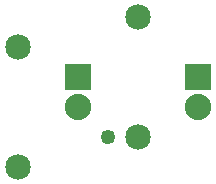
<source format=gts>
G04 MADE WITH FRITZING*
G04 WWW.FRITZING.ORG*
G04 DOUBLE SIDED*
G04 HOLES PLATED*
G04 CONTOUR ON CENTER OF CONTOUR VECTOR*
%ASAXBY*%
%FSLAX23Y23*%
%MOIN*%
%OFA0B0*%
%SFA1.0B1.0*%
%ADD10C,0.088000*%
%ADD11C,0.085000*%
%ADD12C,0.049370*%
%ADD13R,0.088000X0.088000*%
%LNMASK1*%
G90*
G70*
G54D10*
X491Y462D03*
X491Y362D03*
G54D11*
X691Y262D03*
X691Y662D03*
X291Y162D03*
X291Y562D03*
G54D10*
X891Y462D03*
X891Y362D03*
G54D12*
X591Y262D03*
G54D13*
X491Y462D03*
X891Y462D03*
G04 End of Mask1*
M02*
</source>
